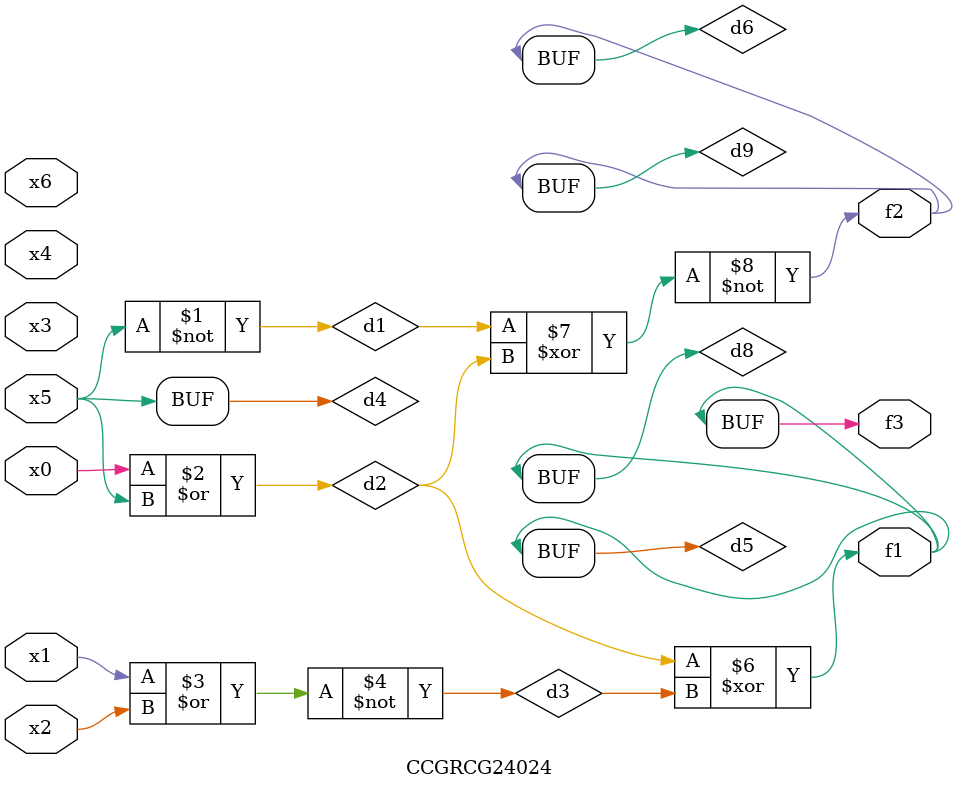
<source format=v>
module CCGRCG24024(
	input x0, x1, x2, x3, x4, x5, x6,
	output f1, f2, f3
);

	wire d1, d2, d3, d4, d5, d6, d7, d8, d9;

	nand (d1, x5);
	or (d2, x0, x5);
	nor (d3, x1, x2);
	xnor (d4, d1);
	xor (d5, d2, d3);
	xnor (d6, d1, d2);
	not (d7, x4);
	buf (d8, d5);
	xor (d9, d6);
	assign f1 = d8;
	assign f2 = d9;
	assign f3 = d8;
endmodule

</source>
